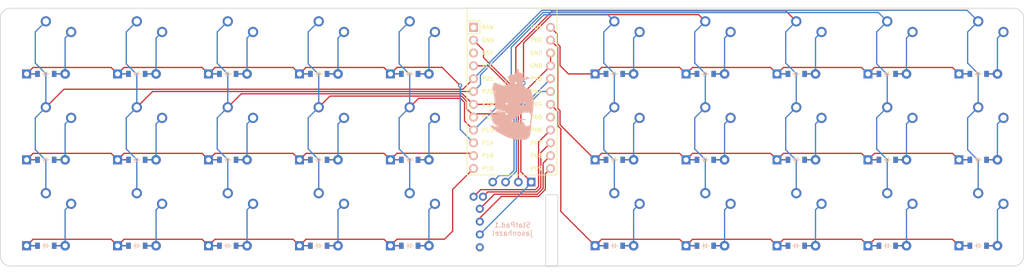
<source format=kicad_pcb>
(kicad_pcb (version 20211014) (generator pcbnew)
  (title_block (title "satpad") (rev "v1.0.0") (company "Unknown"))
  (layers (0 "F.Cu" signal) (31 "B.Cu" signal) (34 "B.Paste" user) (35 "F.Paste" user) (36 "B.SilkS" user "B.Silkscreen") (37 "F.SilkS" user "F.Silkscreen") (38 "B.Mask" user) (39 "F.Mask" user) (44 "Edge.Cuts" user))
  (net 0 "")
  (net 1 "one_bottom")
  (net 2 "P21")
  (net 3 "P10")
  (net 4 "one_home")
  (net 5 "P16")
  (net 6 "one_top")
  (net 7 "P14")
  (net 8 "two_bottom")
  (net 9 "P20")
  (net 10 "two_home")
  (net 11 "two_top")
  (net 12 "three_bottom")
  (net 13 "P19")
  (net 14 "three_home")
  (net 15 "three_top")
  (net 16 "four_bottom")
  (net 17 "P18")
  (net 18 "four_home")
  (net 19 "four_top")
  (net 20 "five_bottom")
  (net 21 "P15")
  (net 22 "five_home")
  (net 23 "five_top")
  (net 24 "seven_bottom")
  (net 25 "P4")
  (net 26 "seven_home")
  (net 27 "P0")
  (net 28 "seven_top")
  (net 29 "P1")
  (net 30 "eight_bottom")
  (net 31 "eight_home")
  (net 32 "eight_top")
  (net 33 "nine_bottom")
  (net 34 "nine_home")
  (net 35 "nine_top")
  (net 36 "ten_bottom")
  (net 37 "ten_home")
  (net 38 "ten_top")
  (net 39 "eleven_bottom")
  (net 40 "eleven_home")
  (net 41 "eleven_top")
  (net 42 "RAW")
  (net 43 "GND")
  (net 44 "RST")
  (net 45 "VCC")
  (net 46 "P2")
  (net 47 "P3")
  (net 48 "P5")
  (net 49 "P6")
  (net 50 "P7")
  (net 51 "P8")
  (net 52 "P9")
  (footprint "ComboDiode" (layer "F.Cu") (at 36 -29.5)
    (fp_text reference "D9" hide)
    (fp_text value "" hide)
  )
  (footprint "PG1350" (layer "F.Cu") (at 54 -34)
    (fp_text reference "S12" hide)
    (fp_text value "" hide)
  )
  (footprint "PG1350" (layer "F.Cu") (at 36 0)
    (fp_text reference "S7" hide)
    (fp_text value "" hide)
  )
  (footprint "PG1350" (layer "F.Cu") (at 18 0)
    (fp_text reference "S4" hide)
    (fp_text value "" hide)
  )
  (footprint "ComboDiode" (layer "F.Cu") (at 0 4.5)
    (fp_text reference "D1" hide)
    (fp_text value "" hide)
  )
  (footprint "PG1350" (layer "F.Cu") (at 148.5 -17)
    (fp_text reference "S23" hide)
    (fp_text value "" hide)
  )
  (footprint "ComboDiode" (layer "F.Cu") (at 18 -12.5)
    (fp_text reference "D5" hide)
    (fp_text value "" hide)
  )
  (footprint "ComboDiode" (layer "F.Cu") (at 54 -12.5)
    (fp_text reference "D11" hide)
    (fp_text value "" hide)
  )
  (footprint "PG1350" (layer "F.Cu") (at 36 -34)
    (fp_text reference "S9" hide)
    (fp_text value "" hide)
  )
  (footprint "PG1350" (layer "F.Cu") (at 36 -17)
    (fp_text reference "S8" hide)
    (fp_text value "" hide)
  )
  (footprint "PG1350" (layer "F.Cu") (at 112.5 -17)
    (fp_text reference "S17" hide)
    (fp_text value "" hide)
  )
  (footprint "ComboDiode" (layer "F.Cu") (at 184.5 -29.5)
    (fp_text reference "D30" hide)
    (fp_text value "" hide)
  )
  (footprint "ComboDiode" (layer "F.Cu") (at 130.5 4.5)
    (fp_text reference "D19" hide)
    (fp_text value "" hide)
  )
  (footprint "ComboDiode" (layer "F.Cu") (at 54 4.5)
    (fp_text reference "D10" hide)
    (fp_text value "" hide)
  )
  (footprint "ComboDiode" (layer "F.Cu") (at 36 -12.5)
    (fp_text reference "D8" hide)
    (fp_text value "" hide)
  )
  (footprint "ComboDiode" (layer "F.Cu") (at 166.5 -12.5)
    (fp_text reference "D26" hide)
    (fp_text value "" hide)
  )
  (footprint "PG1350" (layer "F.Cu") (at 0 -34)
    (fp_text reference "S3" hide)
    (fp_text value "" hide)
  )
  (footprint "ComboDiode" (layer "F.Cu") (at 166.5 4.5)
    (fp_text reference "D25" hide)
    (fp_text value "" hide)
  )
  (footprint "ProMicro" (layer "F.Cu") (at 92.25 -24.75 -90)
    (fp_text reference "MCU1" hide)
    (fp_text value "" hide)
  )
  (footprint "PG1350" (layer "F.Cu") (at 72 -34)
    (fp_text reference "S15" hide)
    (fp_text value "" hide)
  )
  (footprint "ComboDiode" (layer "F.Cu") (at 18 4.5)
    (fp_text reference "D4" hide)
    (fp_text value "" hide)
  )
  (footprint "ComboDiode" (layer "F.Cu") (at 36 4.5)
    (fp_text reference "D7" hide)
    (fp_text value "" hide)
  )
  (footprint "PG1350" (layer "F.Cu") (at 184.5 -34)
    (fp_text reference "S30" hide)
    (fp_text value "" hide)
  )
  (footprint "PG1350" (layer "F.Cu") (at 0 -17)
    (fp_text reference "S2" hide)
    (fp_text value "" hide)
  )
  (footprint "ComboDiode" (layer "F.Cu") (at 112.5 -12.5)
    (fp_text reference "D17" hide)
    (fp_text value "" hide)
  )
  (footprint "RollerEncoder_Panasonic_EVQWGD001" (layer "F.Cu") (at 91.5 1)
    (fp_text reference "REF**")
    (fp_text value "RollerEncoder_Panasonic_EVQWGD001")
    (fp_line (start 9.8 7.3) (end 9.8 -6.3) (layer "Edge.Cuts") (width 0.15))
    (fp_line (start 7.7 7.6) (end 9.5 7.6) (layer "Edge.Cuts") (width 0.15))
    (fp_line (start 9.5 -6.6) (end 7.7 -6.6) (layer "Edge.Cuts") (width 0.15))
    (fp_line (start 7.4 -6.3) (end 7.4 7.3) (layer "Edge.Cuts") (width 0.15))
    (fp_arc (start 9.5 -6.6) (mid 9.712132 -6.512132) (end 9.8 -6.3) (layer "Edge.Cuts") (width 0.15))
    (fp_arc (start 7.4 -6.3) (mid 7.487868 -6.512132) (end 7.7 -6.6) (layer "Edge.Cuts") (width 0.15))
    (fp_arc (start 7.7 7.6) (mid 7.487868 7.512132) (end 7.4 7.3) (layer "Edge.Cuts") (width 0.15))
    (fp_arc (start 9.8 7.3) (mid 9.712132 7.512132) (end 9.5 7.6) (layer "Edge.Cuts") (width 0.15))
  )
  (footprint "ComboDiode" (layer "F.Cu") (at 72 4.5)
    (fp_text reference "D13" hide)
    (fp_text value "" hide)
  )
  (footprint "PG1350" (layer "F.Cu") (at 112.5 -34)
    (fp_text reference "S18" hide)
    (fp_text value "" hide)
  )
  (footprint "ComboDiode" (layer "F.Cu") (at 72 -12.5)
    (fp_text reference "D14" hide)
    (fp_text value "" hide)
  )
  (footprint "PG1350" (layer "F.Cu") (at 18 -34)
    (fp_text reference "S6" hide)
    (fp_text value "" hide)
  )
  (footprint "ComboDiode" (layer "F.Cu") (at 112.5 4.5)
    (fp_text reference "D16" hide)
    (fp_text value "" hide)
  )
  (footprint "PG1350" (layer "F.Cu") (at 112.5 0)
    (fp_text reference "S16" hide)
    (fp_text value "" hide)
  )
  (footprint "PG1350" (layer "F.Cu") (at 166.5 0)
    (fp_text reference "S25" hide)
    (fp_text value "" hide)
  )
  (footprint "PG1350" (layer "F.Cu") (at 130.5 0)
    (fp_text reference "S19" hide)
    (fp_text value "" hide)
  )
  (footprint "ComboDiode" (layer "F.Cu") (at 148.5 -29.5)
    (fp_text reference "D24" hide)
    (fp_text value "" hide)
  )
  (footprint "PG1350" (layer "F.Cu") (at 148.5 -34)
    (fp_text reference "S24" hide)
    (fp_text value "" hide)
  )
  (footprint "PG1350" (layer "F.Cu") (at 184.5 -17)
    (fp_text reference "S29" hide)
    (fp_text value "" hide)
  )
  (footprint "ComboDiode" (layer "F.Cu") (at 130.5 -29.5)
    (fp_text reference "D21" hide)
    (fp_text value "" hide)
  )
  (footprint "PG1350" (layer "F.Cu") (at 72 0)
    (fp_text reference "S13" hide)
    (fp_text value "" hide)
  )
  (footprint "ComboDiode" (layer "F.Cu") (at 184.5 -12.5)
    (fp_text reference "D29" hide)
    (fp_text value "" hide)
  )
  (footprint "PG1350" (layer "F.Cu") (at 166.5 -17)
    (fp_text reference "S26" hide)
    (fp_text value "" hide)
  )
  (footprint "ComboDiode" (layer "F.Cu") (at 130.5 -12.5)
    (fp_text reference "D20" hide)
    (fp_text value "" hide)
  )
  (footprint "PG1350" (layer "F.Cu") (at 130.5 -34)
    (fp_text reference "S21" hide)
    (fp_text value "" hide)
  )
  (footprint "PG1350" (layer "F.Cu") (at 130.5 -17)
    (fp_text reference "S20" hide)
    (fp_text value "" hide)
  )
  (footprint "ComboDiode" (layer "F.Cu") (at 72 -29.5)
    (fp_text reference "D15" hide)
    (fp_text value "" hide)
  )
  (footprint "PG1350" (layer "F.Cu") (at 18 -17)
    (fp_text reference "S5" hide)
    (fp_text value "" hide)
  )
  (footprint "ComboDiode" (layer "F.Cu") (at 148.5 4.5)
    (fp_text reference "D22" hide)
    (fp_text value "" hide)
  )
  (footprint "PG1350" (layer "F.Cu") (at 0 0)
    (fp_text reference "S1" hide)
    (fp_text value "" hide)
  )
  (footprint "lib:OLED_headers" (layer "F.Cu") (at 86.25 -6.5 90)
    (fp_text reference "OLED1" hide)
    (fp_text value "OLED")
  )
  (footprint "ComboDiode" (layer "F.Cu") (at 184.5 4.5)
    (fp_text reference "D28" hide)
    (fp_text value "" hide)
  )
  (footprint "ComboDiode" (layer "F.Cu") (at 18 -29.5)
    (fp_text reference "D6" hide)
    (fp_text value "" hide)
  )
  (footprint "PG1350" (layer "F.Cu") (at 166.5 -34)
    (fp_text reference "S27" hide)
    (fp_text value "" hide)
  )
  (footprint "PG1350" (layer "F.Cu") (at 148.5 0)
    (fp_text reference "S22" hide)
    (fp_text value "" hide)
  )
  (footprint "ComboDiode" (layer "F.Cu") (at 112.5 -29.5)
    (fp_text reference "D18" hide)
    (fp_text value "" hide)
  )
  (footprint "PG1350" (layer "F.Cu") (at 54 -17)
    (fp_text reference "S11" hide)
    (fp_text value "" hide)
  )
  (footprint "PG1350" (layer "F.Cu") (at 54 0)
    (fp_text reference "S10" hide)
    (fp_text value "" hide)
  )
  (footprint "ComboDiode" (layer "F.Cu") (at 148.5 -12.5)
    (fp_text reference "D23" hide)
    (fp_text value "" hide)
  )
  (footprint "ComboDiode" (layer "F.Cu") (at 0 -12.5)
    (fp_text reference "D2" hide)
    (fp_text value "" hide)
  )
  (footprint "PG1350" (layer "F.Cu") (at 72 -17)
    (fp_text reference "S14" hide)
    (fp_text value "" hide)
  )
  (footprint "ComboDiode" (layer "F.Cu") (at 166.5 -29.5)
    (fp_text reference "D27" hide)
    (fp_text value "" hide)
  )
  (footprint "PG1350" (layer "F.Cu") (at 184.5 0)
    (fp_text reference "S28" hide)
    (fp_text value "" hide)
  )
  (footprint "ComboDiode" (layer "F.Cu") (at 0 -29.5)
    (fp_text reference "D3" hide)
    (fp_text value "" hide)
  )
  (footprint "ComboDiode" (layer "F.Cu") (at 54 -29.5)
    (fp_text reference "D12" hide)
    (fp_text value "" hide)
  )
  (footprint "LOGO" (layer "B.Cu") (at 91.6 -23.8 180)
    (fp_text reference "G***")
    (fp_text value "LOGO" hide)
  )
  (gr_line (start -9 -40.5) (end -9 6.5) (layer "Edge.Cuts") (width 0.15))
  (gr_line (start 191.5 -42.5) (end -7 -42.5) (layer "Edge.Cuts") (width 0.15))
  (gr_arc (start 191.5 -42.5) (mid 192.914214 -41.914214) (end 193.5 -40.5) (layer "Edge.Cuts") (width 0.15))
  (gr_arc (start -7 8.5) (mid -8.414214 7.914214) (end -9 6.5) (layer "Edge.Cuts") (width 0.15))
  (gr_arc (start 193.5 6.5) (mid 192.914214 7.914214) (end 191.5 8.5) (layer "Edge.Cuts") (width 0.15))
  (gr_line (start -7 8.5) (end 191.5 8.5) (layer "Edge.Cuts") (width 0.15))
  (gr_arc (start -9 -40.5) (mid -8.414214 -41.914214) (end -7 -42.5) (layer "Edge.Cuts") (width 0.15))
  (gr_line (start 193.5 6.5) (end 193.5 -40.5) (layer "Edge.Cuts") (width 0.15))
  (gr_text "StatPad.1\njasonhazel" (at 92.3 1.2) (layer "B.SilkS") (effects (font (size 1 1)) (justify mirror)))
  (segment (start 3.81 4.5) (end 1.65 4.5) (width 0.25) (layer "F.Cu") (net 1))
  (segment (start 1.65 4.5) (end 3.81 4.5) (width 0.25) (layer "B.Cu") (net 1))
  (segment (start 3.81 -2.61) (end 3.81 4.5) (width 0.25) (layer "B.Cu") (net 1))
  (segment (start 5 -3.8) (end 3.81 -2.61) (width 0.25) (layer "B.Cu") (net 1))
  (segment (start 82.53952 -26.46952) (end 84.63 -28.56) (width 0.25) (layer "F.Cu") (net 2))
  (segment (start 0 -22.9) (end 3.56952 -26.46952) (width 0.25) (layer "F.Cu") (net 2))
  (segment (start 3.56952 -26.46952) (end 82.53952 -26.46952) (width 0.25) (layer "F.Cu") (net 2))
  (segment (start 182.410979 -31.638043) (end 184.5 -29.549022) (width 0.25) (layer "B.Cu") (net 2))
  (segment (start 182.410979 -20.810979) (end 182.410979 -14.489021) (width 0.25) (layer "B.Cu") (net 2))
  (segment (start 182.410979 -37.810979) (end 182.410979 -31.638043) (width 0.25) (layer "B.Cu") (net 2))
  (segment (start -2.089021 -20.810979) (end -2.089021 -14.489021) (width 0.25) (layer "B.Cu") (net 2))
  (segment (start 84.63 -28.56) (end 98.17 -42.1) (width 0.25) (layer "B.Cu") (net 2))
  (segment (start 0 -12.4) (end 0 -5.9) (width 0.25) (layer "B.Cu") (net 2))
  (segment (start -2.089021 -31.638043) (end 0 -29.549022) (width 0.25) (layer "B.Cu") (net 2))
  (segment (start 184.5 -29.549022) (end 184.5 -22.9) (width 0.25) (layer "B.Cu") (net 2))
  (segment (start 184.5 -39.9) (end 182.410979 -37.810979) (width 0.25) (layer "B.Cu") (net 2))
  (segment (start 0 -22.9) (end -2.089021 -20.810979) (width 0.25) (layer "B.Cu") (net 2))
  (segment (start 98.17 -42.1) (end 182.3 -42.1) (width 0.25) (layer "B.Cu") (net 2))
  (segment (start 184.5 -12.4) (end 184.5 -5.9) (width 0.25) (layer "B.Cu") (net 2))
  (segment (start 184.5 -22.9) (end 182.410979 -20.810979) (width 0.25) (layer "B.Cu") (net 2))
  (segment (start 0 -29.549022) (end 0 -22.9) (width 0.25) (layer "B.Cu") (net 2))
  (segment (start 182.410979 -14.489021) (end 184.5 -12.4) (width 0.25) (layer "B.Cu") (net 2))
  (segment (start -2.089021 -37.810979) (end -2.089021 -31.638043) (width 0.25) (layer "B.Cu") (net 2))
  (segment (start 182.3 -42.1) (end 184.5 -39.9) (width 0.25) (layer "B.Cu") (net 2))
  (segment (start -2.089021 -14.489021) (end 0 -12.4) (width 0.25) (layer "B.Cu") (net 2))
  (segment (start 0 -39.9) (end -2.089021 -37.810979) (width 0.25) (layer "B.Cu") (net 2))
  (segment (start -2.532989 3.222989) (end -3.81 4.5) (width 0.25) (layer "F.Cu") (net 3))
  (segment (start 52.35 4.5) (end 50.19 4.5) (width 0.25) (layer "F.Cu") (net 3))
  (segment (start -1.65 4.5) (end -3.81 4.5) (width 0.25) (layer "F.Cu") (net 3))
  (segment (start 69.49 3.2) (end 78.9 3.2) (width 0.25) (layer "F.Cu") (net 3))
  (segment (start 51.467011 3.222989) (end 50.19 4.5) (width 0.25) (layer "F.Cu") (net 3))
  (segment (start 15.467011 3.222989) (end 14.19 4.5) (width 0.25) (layer "F.Cu") (net 3))
  (segment (start 14.19 4.5) (end 12.912989 3.222989) (width 0.25) (layer "F.Cu") (net 3))
  (segment (start 32.19 4.5) (end 30.912989 3.222989) (width 0.25) (layer "F.Cu") (net 3))
  (segment (start 66.912989 3.222989) (end 51.467011 3.222989) (width 0.25) (layer "F.Cu") (net 3))
  (segment (start 68.19 4.5) (end 69.49 3.2) (width 0.25) (layer "F.Cu") (net 3))
  (segment (start 12.912989 3.222989) (end -2.532989 3.222989) (width 0.25) (layer "F.Cu") (net 3))
  (segment (start 80.5 -6.65) (end 84.63 -10.78) (width 0.25) (layer "F.Cu") (net 3))
  (segment (start 16.35 4.5) (end 14.19 4.5) (width 0.25) (layer "F.Cu") (net 3))
  (segment (start 34.35 4.5) (end 32.19 4.5) (width 0.25) (layer "F.Cu") (net 3))
  (segment (start 30.912989 3.222989) (end 15.467011 3.222989) (width 0.25) (layer "F.Cu") (net 3))
  (segment (start 80.5 1.6) (end 80.5 -6.65) (width 0.25) (layer "F.Cu") (net 3))
  (segment (start 33.467011 3.222989) (end 32.19 4.5) (width 0.25) (layer "F.Cu") (net 3))
  (segment (start 78.9 3.2) (end 80.5 1.6) (width 0.25) (layer "F.Cu") (net 3))
  (segment (start 70.35 4.5) (end 68.19 4.5) (width 0.25) (layer "F.Cu") (net 3))
  (segment (start 48.912989 3.222989) (end 33.467011 3.222989) (width 0.25) (layer "F.Cu") (net 3))
  (segment (start 68.19 4.5) (end 66.912989 3.222989) (width 0.25) (layer "F.Cu") (net 3))
  (segment (start 50.19 4.5) (end 48.912989 3.222989) (width 0.25) (layer "F.Cu") (net 3))
  (segment (start 50.19 4.5) (end 52.35 4.5) (width 0.25) (layer "B.Cu") (net 3))
  (segment (start 14.19 4.5) (end 16.35 4.5) (width 0.25) (layer "B.Cu") (net 3))
  (segment (start 32.19 4.5) (end 34.35 4.5) (width 0.25) (layer "B.Cu") (net 3))
  (segment (start -3.81 4.5) (end -1.65 4.5) (width 0.25) (layer "B.Cu") (net 3))
  (segment (start 68.19 4.5) (end 70.35 4.5) (width 0.25) (layer "B.Cu") (net 3))
  (segment (start 3.81 -12.5) (end 1.65 -12.5) (width 0.25) (layer "F.Cu") (net 4))
  (segment (start 3.81 -19.61) (end 3.81 -12.5) (width 0.25) (layer "B.Cu") (net 4))
  (segment (start 1.65 -12.5) (end 3.81 -12.5) (width 0.25) (layer "B.Cu") (net 4))
  (segment (start 5 -20.8) (end 3.81 -19.61) (width 0.25) (layer "B.Cu") (net 4))
  (segment (start 30.912989 -13.777011) (end 15.467011 -13.777011) (width 0.25) (layer "F.Cu") (net 5))
  (segment (start 66.912989 -13.777011) (end 51.467011 -13.777011) (width 0.25) (layer "F.Cu") (net 5))
  (segment (start 84.15 -13.8) (end 84.63 -13.32) (width 0.25) (layer "F.Cu") (net 5))
  (segment (start -3.81 -12.5) (end -1.65 -12.5) (width 0.25) (layer "F.Cu") (net 5))
  (segment (start 50.19 -12.5) (end 52.35 -12.5) (width 0.25) (layer "F.Cu") (net 5))
  (segment (start 48.912989 -13.777011) (end 33.467011 -13.777011) (width 0.25) (layer "F.Cu") (net 5))
  (segment (start -2.532989 -13.777011) (end -3.81 -12.5) (width 0.25) (layer "F.Cu") (net 5))
  (segment (start 68.19 -12.5) (end 69.49 -13.8) (width 0.25) (layer "F.Cu") (net 5))
  (segment (start 12.912989 -13.777011) (end -2.532989 -13.777011) (width 0.25) (layer "F.Cu") (net 5))
  (segment (start 14.19 -12.5) (end 12.912989 -13.777011) (width 0.25) (layer "F.Cu") (net 5))
  (segment (start 68.19 -12.5) (end 66.912989 -13.777011) (width 0.25) (layer "F.Cu") (net 5))
  (segment (start 15.467011 -13.777011) (end 14.19 -12.5) (width 0.25) (layer "F.Cu") (net 5))
  (segment (start 69.49 -13.8) (end 84.15 -13.8) (width 0.25) (layer "F.Cu") (net 5))
  (segment (start 70.35 -12.5) (end 68.19 -12.5) (width 0.25) (layer "F.Cu") (net 5))
  (segment (start 33.467011 -13.777011) (end 32.19 -12.5) (width 0.25) (layer "F.Cu") (net 5))
  (segment (start 50.19 -12.5) (end 48.912989 -13.777011) (width 0.25) (layer "F.Cu") (net 5))
  (segment (start 14.19 -12.5) (end 16.35 -12.5) (width 0.25) (layer "F.Cu") (net 5))
  (segment (start 32.19 -12.5) (end 34.35 -12.5) (width 0.25) (layer "F.Cu") (net 5))
  (segment (start 51.467011 -13.777011) (end 50.19 -12.5) (width 0.25) (layer "F.Cu") (net 5))
  (segment (start 32.19 -12.5) (end 30.912989 -13.777011) (width 0.25) (layer "F.Cu") (net 5))
  (segment (start 14.19 -12.5) (end 16.35 -12.5) (width 0.25) (layer "B.Cu") (net 5))
  (segment (start 68.19 -12.5) (end 70.35 -12.5) (width 0.25) (layer "B.Cu") (net 5))
  (segment (start 50.19 -12.5) (end 52.35 -12.5) (width 0.25) (layer "B.Cu") (net 5))
  (segment (start -3.81 -12.5) (end -1.65 -12.5) (width 0.25) (layer "B.Cu") (net 5))
  (segment (start 32.19 -12.5) (end 34.35 -12.5) (width 0.25) (layer "B.Cu") (net 5))
  (segment (start 3.81 -29.5) (end 1.65 -29.5) (width 0.25) (layer "F.Cu") (net 6))
  (segment (start 5 -37.8) (end 3.81 -36.61) (width 0.25) (layer "B.Cu") (net 6))
  (segment (start 3.81 -36.61) (end 3.81 -29.5) (width 0.25) (layer "B.Cu") (net 6))
  (segment (start 1.65 -29.5) (end 3.81 -29.5) (width 0.25) (layer "B.Cu") (net 6))
  (segment (start 66.912989 -30.777011) (end 51.467011 -30.777011) (width 0.25) (layer "F.Cu") (net 7))
  (segment (start 50.19 -29.5) (end 48.912989 -30.777011) (width 0.25) (layer "F.Cu") (net 7))
  (segment (start 16.35 -29.5) (end 14.19 -29.5) (width 0.25) (layer "F.Cu") (net 7))
  (segment (start 32.19 -29.5) (end 30.912989 -30.777011) (width 0.25) (layer "F.Cu") (net 7))
  (segment (start -2.532989 -30.777011) (end -3.81 -29.5) (width 0.25) (layer "F.Cu") (net 7))
  (segment (start 70.35 -29.5) (end 68.19 -29.5) (width 0.25) (layer "F.Cu") (net 7))
  (segment (start 12.912989 -30.777011) (end -2.532989 -30.777011) (width 0.25) (layer "F.Cu") (net 7))
  (segment (start 48.912989 -30.777011) (end 33.467011 -30.777011) (width 0.25) (layer "F.Cu") (net 7))
  (segment (start 52.35 -29.5) (end 50.19 -29.5) (width 0.25) (layer "F.Cu") (net 7))
  (segment (start 33.467011 -30.777011) (end 32.19 -29.5) (width 0.25) (layer "F.Cu") (net 7))
  (segment (start -1.65 -29.5) (end -3.81 -29.5) (width 0.25) (layer "F.Cu") (net 7))
  (segment (start 51.467011 -30.777011) (end 50.19 -29.5) (width 0.25) (layer "F.Cu") (net 7))
  (segment (start 69.49 -30.8) (end 68.19 -29.5) (width 0.25) (layer "F.Cu") (net 7))
  (segment (start 82 -27.2) (end 78.4 -30.8) (width 0.25) (layer "F.Cu") (net 7))
  (segment (start 78.4 -30.8) (end 69.49 -30.8) (width 0.25) (layer "F.Cu") (net 7))
  (segment (start 14.19 -29.5) (end 12.912989 -30.777011) (width 0.25) (layer "F.Cu") (net 7))
  (segment (start 15.467011 -30.777011) (end 14.19 -29.5) (width 0.25) (layer "F.Cu") (net 7))
  (segment (start 30.912989 -30.777011) (end 15.467011 -30.777011) (width 0.25) (layer "F.Cu") (net 7))
  (segment (start 34.35 -29.5) (end 32.19 -29.5) (width 0.25) (layer "F.Cu") (net 7))
  (segment (start 68.19 -29.5) (end 66.912989 -30.777011) (width 0.25) (layer "F.Cu") (net 7))
  (via (at 82 -27.2) (size 0.8) (drill 0.4) (layers "F.Cu" "B.Cu") (net 7))
  (segment (start -3.81 -29.5) (end -1.65 -29.5) (width 0.25) (layer "B.Cu") (net 7))
  (segment (start 82 -27.2) (end 82 -18.49) (width 0.25) (layer "B.Cu") (net 7))
  (segment (start 68.19 -29.5) (end 70.35 -29.5) (width 0.25) (layer "B.Cu") (net 7))
  (segment (start 14.19 -29.5) (end 16.35 -29.5) (width 0.25) (layer "B.Cu") (net 7))
  (segment (start 50.19 -29.5) (end 52.35 -29.5) (width 0.25) (layer "B.Cu") (net 7))
  (segment (start 32.19 -29.5) (end 34.35 -29.5) (width 0.25) (layer "B.Cu") (net 7))
  (segment (start 82 -18.49) (end 84.63 -15.86) (width 0.25) (layer "B.Cu") (net 7))
  (segment (start 21.81 4.5) (end 19.65 4.5) (width 0.25) (layer "F.Cu") (net 8))
  (segment (start 23 -3.8) (end 21.81 -2.61) (width 0.25) (layer "B.Cu") (net 8))
  (segment (start 21.81 -2.61) (end 21.81 4.5) (width 0.25) (layer "B.Cu") (net 8))
  (segment (start 19.65 4.5) (end 21.81 4.5) (width 0.25) (layer "B.Cu") (net 8))
  (segment (start 18 -22.9) (end 21.12 -26.02) (width 0.25) (layer "F.Cu") (net 9))
  (segment (start 21.12 -26.02) (end 84.63 -26.02) (width 0.25) (layer "F.Cu") (net 9))
  (segment (start 166.5 -39.9) (end 164.410979 -37.810979) (width 0.25) (layer "B.Cu") (net 9))
  (segment (start 18 -39.9) (end 15.910979 -37.810979) (width 0.25) (layer "B.Cu") (net 9))
  (segment (start 164.410979 -31.489021) (end 166.5 -29.4) (width 0.25) (layer "B.Cu") (net 9))
  (segment (start 18 -29.4) (end 18 -22.9) (width 0.25) (layer "B.Cu") (net 9))
  (segment (start 86 -27.39) (end 84.63 -26.02) (width 0.25) (layer "B.Cu") (net 9))
  (segment (start 166.5 -29.4) (end 166.5 -22.9) (width 0.25) (layer "B.Cu") (net 9))
  (segment (start 164.410979 -37.810979) (end 164.410979 -31.489021) (width 0.25) (layer "B.Cu") (net 9))
  (segment (start 166.5 -12.549022) (end 166.5 -5.9) (width 0.25) (layer "B.Cu") (net 9))
  (segment (start 164.410979 -14.638043) (end 166.5 -12.549022) (width 0.25) (layer "B.Cu") (net 9))
  (segment (start 15.910979 -14.638043) (end 18 -12.549022) (width 0.25) (layer "B.Cu") (net 9))
  (segment (start 166.5 -39.9) (end 164.74952 -41.65048) (width 0.25) (layer "B.Cu") (net 9))
  (segment (start 15.910979 -20.810979) (end 15.910979 -14.638043) (width 0.25) (layer "B.Cu") (net 9))
  (segment (start 18 -22.9) (end 15.910979 -20.810979) (width 0.25) (layer "B.Cu") (net 9))
  (segment (start 15.910979 -31.489021) (end 18 -29.4) (width 0.25) (layer "B.Cu") (net 9))
  (segment (start 166.5 -22.9) (end 164.410979 -20.810979) (width 0.25) (layer "B.Cu") (net 9))
  (segment (start 164.410979 -20.810979) (end 164.410979 -14.638043) (width 0.25) (layer "B.Cu") (net 9))
  (segment (start 15.910979 -37.810979) (end 15.910979 -31.489021) (width 0.25) (layer "B.Cu") (net 9))
  (segment (start 86 -29.294282) (end 86 -27.39) (width 0.25) (layer "B.Cu") (net 9))
  (segment (start 98.356198 -41.65048) (end 86 -29.294282) (width 0.25) (layer "B.Cu") (net 9))
  (segment (start 164.74952 -41.65048) (end 98.356198 -41.65048) (width 0.25) (layer "B.Cu") (net 9))
  (segment (start 18 -12.549022) (end 18 -5.9) (width 0.25) (layer "B.Cu") (net 9))
  (segment (start 21.81 -12.5) (end 19.65 -12.5) (width 0.25) (layer "F.Cu") (net 10))
  (segment (start 21.81 -19.61) (end 21.81 -12.5) (width 0.25) (layer "B.Cu") (net 10))
  (segment (start 23 -20.8) (end 21.81 -19.61) (width 0.25) (layer "B.Cu") (net 10))
  (segment (start 19.65 -12.5) (end 21.81 -12.5) (width 0.25) (layer "B.Cu") (net 10))
  (segment (start 21.81 -29.5) (end 19.65 -29.5) (width 0.25) (layer "F.Cu") (net 11))
  (segment (start 21.81 -36.61) (end 21.81 -29.5) (width 0.25) (layer "B.Cu") (net 11))
  (segment (start 23 -37.8) (end 21.81 -36.61) (width 0.25) (layer "B.Cu") (net 11))
  (segment (start 19.65 -29.5) (end 21.81 -29.5) (width 0.25) (layer "B.Cu") (net 11))
  (segment (start 39.81 4.5) (end 37.65 4.5) (width 0.25) (layer "F.Cu") (net 12))
  (segment (start 37.65 4.5) (end 39.81 4.5) (width 0.25) (layer "B.Cu") (net 12))
  (segment (start 41 -3.8) (end 39.81 -2.61) (width 0.25) (layer "B.Cu") (net 12))
  (segment (start 39.81 -2.61) (end 39.81 4.5) (width 0.25) (layer "B.Cu") (net 12))
  (segment (start 91.1 -23.5) (end 87.1 -23.5) (width 0.25) (layer "F.Cu") (net 13))
  (segment (start 146.4 -42) (end 148.5 -39.9) (width 0.25) (layer "F.Cu") (net 13))
  (segment (start 100.264283 -42) (end 146.4 -42) (width 0.25) (layer "F.Cu") (net 13))
  (segment (start 93 -34.735717) (end 100.264283 -42) (width 0.25) (layer "F.Cu") (net 13))
  (segment (start 84.52 -23.48) (end 84.63 -23.48) (width 0.25) (layer "F.Cu") (net 13))
  (segment (start 87.1 -23.5) (end 87.08 -23.48) (width 0.25) (layer "F.Cu") (net 13))
  (segment (start 38.67048 -25.57048) (end 82.42952 -25.57048) (width 0.25) (layer "F.Cu") (net 13))
  (segment (start 36 -22.9) (end 38.67048 -25.57048) (width 0.25) (layer "F.Cu") (net 13))
  (segment (start 91.2 -23.6) (end 91.1 -23.5) (width 0.25) (layer "F.Cu") (net 13))
  (segment (start 93 -27.7) (end 93 -34.735717) (width 0.25) (layer "F.Cu") (net 13))
  (segment (start 87.08 -23.48) (end 84.63 -23.48) (width 0.25) (layer "F.Cu") (net 13))
  (segment (start 82.42952 -25.57048) (end 84.52 -23.48) (width 0.25) (layer "F.Cu") (net 13))
  (via (at 91.2 -23.6) (size 0.8) (drill 0.4) (layers "F.Cu" "B.Cu") (net 13))
  (via (at 93 -27.7) (size 0.8) (drill 0.4) (layers "F.Cu" "B.Cu") (net 13))
  (segment (start 36 -22.9) (end 33.910979 -20.810979) (width 0.25) (layer "B.Cu") (net 13))
  (segment (start 33.910979 -37.810979) (end 33.910979 -31.589021) (width 0.25) (layer "B.Cu") (net 13))
  (segment (start 148.5 -12.4) (end 148.5 -5.9) (width 0.25) (layer "B.Cu") (net 13))
  (segment (start 36 -39.9) (end 33.910979 -37.810979) (width 0.25) (layer "B.Cu") (net 13))
  (segment (start 148.5 -22.9) (end 146.410979 -20.810979) (width 0.25) (layer "B.Cu") (net 13))
  (segment (start 148.5 -29.549022) (end 148.5 -22.9) (width 0.25) (layer "B.Cu") (net 13))
  (segment (start 146.410979 -20.810979) (end 146.410979 -14.489021) (width 0.25) (layer "B.Cu") (net 13))
  (segment (start 33.910979 -20.810979) (end 33.910979 -14.638043) (width 0.25) (layer "B.Cu") (net 13))
  (segment (start 93 -25.4) (end 91.2 -23.6) (width 0.25) (layer "B.Cu") (net 13))
  (segment (start 36 -12.549022) (end 36 -5.9) (width 0.25) (layer "B.Cu") (net 13))
  (segment (start 93 -27.7) (end 93 -25.4) (width 0.25) (layer "B.Cu") (net 13))
  (segment (start 146.410979 -31.638043) (end 148.5 -29.549022) (width 0.25) (layer "B.Cu") (net 13))
  (segment (start 146.410979 -14.489021) (end 148.5 -12.4) (width 0.25) (layer "B.Cu") (net 13))
  (segment (start 148.5 -39.9) (end 146.410979 -37.810979) (width 0.25) (layer "B.Cu") (net 13))
  (segment (start 36 -29.5) (end 36 -22.9) (width 0.25) (layer "B.Cu") (net 13))
  (segment (start 33.910979 -14.638043) (end 36 -12.549022) (width 0.25) (layer "B.Cu") (net 13))
  (segment (start 146.410979 -37.810979) (end 146.410979 -31.638043) (width 0.25) (layer "B.Cu") (net 13))
  (segment (start 33.910979 -31.589021) (end 36 -29.5) (width 0.25) (layer "B.Cu") (net 13))
  (segment (start 39.81 -12.5) (end 37.65 -12.5) (width 0.25) (layer "F.Cu") (net 14))
  (segment (start 41 -20.8) (end 39.81 -19.61) (width 0.25) (layer "B.Cu") (net 14))
  (segment (start 37.65 -12.5) (end 39.81 -12.5) (width 0.25) (layer "B.Cu") (net 14))
  (segment (start 39.81 -19.61) (end 39.81 -12.5) (width 0.25) (layer "B.Cu") (net 14))
  (segment (start 39.81 -29.5) (end 37.65 -29.5) (width 0.25) (layer "F.Cu") (net 15))
  (segment (start 41 -37.8) (end 39.81 -36.61) (width 0.25) (layer "B.Cu") (net 15))
  (segment (start 37.65 -29.5) (end 39.81 -29.5) (width 0.25) (layer "B.Cu") (net 15))
  (segment (start 39.81 -36.61) (end 39.81 -29.5) (width 0.25) (layer "B.Cu") (net 15))
  (segment (start 57.81 4.5) (end 55.65 4.5) (width 0.25) (layer "F.Cu") (net 16))
  (segment (start 57.81 -2.61) (end 57.81 4.5) (width 0.25) (layer "B.Cu") (net 16))
  (segment (start 55.65 4.5) (end 57.81 4.5) (width 0.25) (layer "B.Cu") (net 16))
  (segment (start 59 -3.8) (end 57.81 -2.61) (width 0.25) (layer "B.Cu") (net 16))
  (segment (start 94.522701 -35.622701) (end 100.140511 -41.240511) (width 0.25) (layer "F.Cu") (net 17))
  (segment (start 84.63 -21.27) (end 84.63 -20.94) (width 0.25) (layer "F.Cu") (net 17))
  (segment (start 54 -22.9) (end 56.22096 -25.12096) (width 0.25) (layer "F.Cu") (net 17))
  (segment (start 129.159489 -41.240511) (end 130.5 -39.9) (width 0.25) (layer "F.Cu") (net 17))
  (segment (start 91.2 -21.6) (end 85.29 -21.6) (width 0.25) (layer "F.Cu") (net 17))
  (segment (start 83.3 -24.064282) (end 83.3 -22.6) (width 0.25) (layer "F.Cu") (net 17))
  (segment (start 85.29 -21.6) (end 84.63 -20.94) (width 0.25) (layer "F.Cu") (net 17))
  (segment (start 56.22096 -25.12096) (end 82.243322 -25.12096) (width 0.25) (layer "F.Cu") (net 17))
  (segment (start 83.3 -22.6) (end 84.63 -21.27) (width 0.25) (layer "F.Cu") (net 17))
  (segment (start 82.243322 -25.12096) (end 83.3 -24.064282) (width 0.25) (layer "F.Cu") (net 17))
  (segment (start 94.522701 -27.7) (end 94.522701 -35.622701) (width 0.25) (layer "F.Cu") (net 17))
  (segment (start 100.140511 -41.240511) (end 129.159489 -41.240511) (width 0.25) (layer "F.Cu") (net 17))
  (via (at 91.2 -21.6) (size 0.8) (drill 0.4) (layers "F.Cu" "B.Cu") (net 17))
  (via (at 94.522701 -27.7) (size 0.8) (drill 0.4) (layers "F.Cu" "B.Cu") (net 17))
  (segment (start 54 -12.549022) (end 54 -5.9) (width 0.25) (layer "B.Cu") (net 17))
  (segment (start 130.5 -29.549022) (end 130.5 -22.9) (width 0.25) (layer "B.Cu") (net 17))
  (segment (start 54 -22.9) (end 51.910979 -20.810979) (width 0.25) (layer "B.Cu") (net 17))
  (segment (start 54 -39.9) (end 51.910979 -37.810979) (width 0.25) (layer "B.Cu") (net 17))
  (segment (start 128.410979 -37.810979) (end 128.410979 -31.638043) (width 0.25) (layer "B.Cu") (net 17))
  (segment (start 128.410979 -31.638043) (end 130.5 -29.549022) (width 0.25) (layer "B.Cu") (net 17))
  (segment (start 128.410979 -20.810979) (end 128.410979 -14.638043) (width 0.25) (layer "B.Cu") (net 17))
  (segment (start 94.522701 -23.803419) (end 92.319282 -21.6) (width 0.25) (layer "B.Cu") (net 17))
  (segment (start 94.522701 -27.7) (end 94.522701 -23.803419) (width 0.25) (layer "B.Cu") (net 17))
  (segment (start 51.910979 -37.810979) (end 51.910979 -31.489021) (width 0.25) (layer "B.Cu") (net 17))
  (segment (start 92.319282 -21.6) (end 91.2 -21.6) (width 0.25) (layer "B.Cu") (net 17))
  (segment (start 54 -29.4) (end 54 -22.9) (width 0.25) (layer "B.Cu") (net 17))
  (segment (start 51.910979 -20.810979) (end 51.910979 -14.638043) (width 0.25) (layer "B.Cu") (net 17))
  (segment (start 51.910979 -31.489021) (end 54 -29.4) (width 0.25) (layer "B.Cu") (net 17))
  (segment (start 130.5 -12.549022) (end 130.5 -5.9) (width 0.25) (layer "B.Cu") (net 17))
  (segment (start 130.5 -22.9) (end 128.410979 -20.810979) (width 0.25) (layer "B.Cu") (net 17))
  (segment (start 130.5 -39.9) (end 128.410979 -37.810979) (width 0.25) (layer "B.Cu") (net 17))
  (segment (start 128.410979 -14.638043) (end 130.5 -12.549022) (width 0.25) (layer "B.Cu") (net 17))
  (segment (start 51.910979 -14.638043) (end 54 -12.549022) (width 0.25) (layer "B.Cu") (net 17))
  (segment (start 57.81 -12.5) (end 55.65 -12.5) (width 0.25) (layer "F.Cu") (net 18))
  (segment (start 57.81 -19.61) (end 57.81 -12.5) (width 0.25) (layer "B.Cu") (net 18))
  (segment (start 59 -20.8) (end 57.81 -19.61) (width 0.25) (layer "B.Cu") (net 18))
  (segment (start 55.65 -12.5) (end 57.81 -12.5) (width 0.25) (layer "B.Cu") (net 18))
  (segment (start 57.81 -29.5) (end 55.65 -29.5) (width 0.25) (layer "F.Cu") (net 19))
  (segment (start 59 -37.8) (end 57.81 -36.61) (width 0.25) (layer "B.Cu") (net 19))
  (segment (start 55.65 -29.5) (end 57.81 -29.5) (width 0.25) (layer "B.Cu") (net 19))
  (segment (start 57.81 -36.61) (end 57.81 -29.5) (width 0.25) (layer "B.Cu") (net 19))
  (segment (start 75.81 4.5) (end 73.65 4.5) (width 0.25) (layer "F.Cu") (net 20))
  (segment (start 75.81 -2.61) (end 75.81 4.5) (width 0.25) (layer "B.Cu") (net 20))
  (segment (start 73.65 4.5) (end 75.81 4.5) (width 0.25) (layer "B.Cu") (net 20))
  (segment (start 77 -3.8) (end 75.81 -2.61) (width 0.25) (layer "B.Cu") (net 20))
  (segment (start 72 -22.9) (end 73.77144 -24.67144) (width 0.25) (layer "F.Cu") (net 21))
  (segment (start 82.85048 -20.17952) (end 84.63 -18.4) (width 0.25) (layer "F.Cu") (net 21))
  (segment (start 82.057124 -24.67144) (end 82.85048 -23.878084) (width 0.25) (layer "F.Cu") (net 21))
  (segment (start 73.77144 -24.67144) (end 82.057124 -24.67144) (width 0.25) (layer "F.Cu") (net 21))
  (segment (start 82.85048 -23.878084) (end 82.85048 -20.17952) (width 0.25) (layer "F.Cu") (net 21))
  (segment (start 112.5 -39.9) (end 110.410979 -37.810979) (width 0.25) (layer "B.Cu") (net 21))
  (segment (start 92.1 -25.8) (end 84.7 -18.4) (width 0.25) (layer "B.Cu") (net 21))
  (segment (start 72 -22.9) (end 69.910979 -20.810979) (width 0.25) (layer "B.Cu") (net 21))
  (segment (start 69.910979 -14.638043) (end 72 -12.549022) (width 0.25) (layer "B.Cu") (net 21))
  (segment (start 84.7 -18.4) (end 84.63 -18.4) (width 0.25) (layer "B.Cu") (net 21))
  (segment (start 69.910979 -31.489021) (end 72 -29.4) (width 0.25) (layer "B.Cu") (net 21))
  (segment (start 112.5 -12.4) (end 112.5 -5.9) (width 0.25) (layer "B.Cu") (net 21))
  (segment (start 110.410979 -20.810979) (end 110.410979 -14.489021) (width 0.25) (layer "B.Cu") (net 21))
  (segment (start 112.5 -39.9) (end 111.19904 -41.20096) (width 0.25) (layer "B.Cu") (net 21))
  (segment (start 72 -29.4) (end 72 -22.9) (width 0.25) (layer "B.Cu") (net 21))
  (segment (start 110.410979 -14.489021) (end 112.5 -12.4) (width 0.25) (layer "B.Cu") (net 21))
  (segment (start 111.19904 -41.20096) (end 98.542396 -41.20096) (width 0.25) (layer "B.Cu") (net 21))
  (segment (start 72 -39.9) (end 69.910979 -37.810979) (width 0.25) (layer "B.Cu") (net 21))
  (segment (start 92.1 -34.758564) (end 92.1 -25.8) (width 0.25) (layer "B.Cu") (net 21))
  (segment (start 112.5 -29.549022) (end 112.5 -22.9) (width 0.25) (layer "B.Cu") (net 21))
  (segment (start 110.410979 -31.638043) (end 112.5 -29.549022) (width 0.25) (layer "B.Cu") (net 21))
  (segment (start 110.410979 -37.810979) (end 110.410979 -31.638043) (width 0.25) (layer "B.Cu") (net 21))
  (segment (start 69.910979 -20.810979) (end 69.910979 -14.638043) (width 0.25) (layer "B.Cu") (net 21))
  (segment (start 69.910979 -37.810979) (end 69.910979 -31.489021) (width 0.25) (layer "B.Cu") (net 21))
  (segment (start 72 -12.549022) (end 72 -5.9) (width 0.25) (layer "B.Cu") (net 21))
  (segment (start 98.542396 -41.20096) (end 92.1 -34.758564) (width 0.25) (layer "B.Cu") (net 21))
  (segment (start 112.5 -22.9) (end 110.410979 -20.810979) (width 0.25) (layer "B.Cu") (net 21))
  (segment (start 75.81 -12.5) (end 73.65 -12.5) (width 0.25) (layer "F.Cu") (net 22))
  (segment (start 75.81 -19.61) (end 75.81 -12.5) (width 0.25) (layer "B.Cu") (net 22))
  (segment (start 77 -20.8) (end 75.81 -19.61) (width 0.25) (layer "B.Cu") (net 22))
  (segment (start 73.65 -12.5) (end 75.81 -12.5) (width 0.25) (layer "B.Cu") (net 22))
  (segment (start 75.81 -29.5) (end 73.65 -29.5) (width 0.25) (layer "F.Cu") (net 23))
  (segment (start 73.65 -29.5) (end 75.81 -29.5) (width 0.25) (layer "B.Cu") (net 23))
  (segment (start 75.81 -36.61) (end 75.81 -29.5) (width 0.25) (layer "B.Cu") (net 23))
  (segment (start 77 -37.8) (end 75.81 -36.61) (width 0.25) (layer "B.Cu") (net 23))
  (segment (start 116.31 4.5) (end 114.15 4.5) (width 0.25) (layer "F.Cu") (net 24))
  (segment (start 116.31 -2.61) (end 116.31 4.5) (width 0.25) (layer "B.Cu") (net 24))
  (segment (start 114.15 4.5) (end 116.31 4.5) (width 0.25) (layer "B.Cu") (net 24))
  (segment (start 117.5 -3.8) (end 116.31 -2.61) (width 0.25) (layer "B.Cu") (net 24))
  (segment (start 128.85 4.5) (end 126.69 4.5) (width 0.25) (layer "F.Cu") (net 25))
  (segment (start 180.69 4.5) (end 179.412989 3.222989) (width 0.25) (layer "F.Cu") (net 25))
  (segment (start 101.9 -2.29) (end 101.9 -18.654282) (width 0.25) (layer "F.Cu") (net 25))
  (segment (start 179.412989 3.222989) (end 163.967011 3.222989) (width 0.25) (layer "F.Cu") (net 25))
  (segment (start 164.85 4.5) (end 162.69 4.5) (width 0.25) (layer "F.Cu") (net 25))
  (segment (start 101.9 -18.654282) (end 101.3 -19.254283) (width 0.25) (layer "F.Cu") (net 25))
  (segment (start 108.69 4.5) (end 101.9 -2.29) (width 0.25) (layer "F.Cu") (net 25))
  (segment (start 163.967011 3.222989) (end 162.69 4.5) (width 0.25) (layer "F.Cu") (net 25))
  (segment (start 143.412989 3.222989) (end 127.967011 3.222989) (width 0.25) (layer "F.Cu") (net 25))
  (segment (start 161.412989 3.222989) (end 145.967011 3.222989) (width 0.25) (layer "F.Cu") (net 25))
  (segment (start 145.967011 3.222989) (end 144.69 4.5) (width 0.25) (layer "F.Cu") (net 25))
  (segment (start 144.69 4.5) (end 143.412989 3.222989) (width 0.25) (layer "F.Cu") (net 25))
  (segment (start 109.967011 3.222989) (end 108.69 4.5) (width 0.25) (layer "F.Cu") (net 25))
  (segment (start 126.69 4.5) (end 125.412989 3.222989) (width 0.25) (layer "F.Cu") (net 25))
  (segment (start 182.85 4.5) (end 180.69 4.5) (width 0.25) (layer "F.Cu") (net 25))
  (segment (start 101.3 -19.254283) (end 101.3 -22.05) (width 0.25) (layer "F.Cu") (net 25))
  (segment (start 110.85 4.5) (end 108.69 4.5) (width 0.25) (layer "F.Cu") (net 25))
  (segment (start 162.69 4.5) (end 161.412989 3.222989) (width 0.25) (layer "F.Cu") (net 25))
  (segment (start 101.3 -22.05) (end 99.87 -23.48) (width 0.25) (layer "F.Cu") (net 25))
  (segment (start 146.85 4.5) (end 144.69 4.5) (width 0.25) (layer "F.Cu") (net 25))
  (segment (start 127.967011 3.222989) (end 126.69 4.5) (width 0.25) (layer "F.Cu") (net 25))
  (segment (start 125.412989 3.222989) (end 109.967011 3.222989) (width 0.25) (layer "F.Cu") (net 25))
  (segment (start 126.69 4.5) (end 128.85 4.5) (width 0.25) (layer "B.Cu") (net 25))
  (segment (start 144.69 4.5) (end 146.85 4.5) (width 0.25) (layer "B.Cu") (net 25))
  (segment (start 162.69 4.5) (end 164.85 4.5) (width 0.25) (layer "B.Cu") (net 25))
  (segment (start 180.69 4.5) (end 182.85 4.5) (width 0.25) (layer "B.Cu") (net 25))
  (segment (start 108.69 4.5) (end 110.85 4.5) (width 0.25) (layer "B.Cu") (net 25))
  (segment (start 116.31 -12.5) (end 114.15 -12.5) (width 0.25) (layer "F.Cu") (net 26))
  (segment (start 116.31 -19.61) (end 116.31 -12.5) (width 0.25) (layer "B.Cu") (net 26))
  (segment (start 117.5 -20.8) (end 116.31 -19.61) (width 0.25) (layer "B.Cu") (net 26))
  (segment (start 116.31 -12.5) (end 114.15 -12.5) (width 0.25) (layer "B.Cu") (net 26))
  (segment (start 179.412989 -13.777011) (end 163.967011 -13.777011) (width 0.25) (layer "F.Cu") (net 27))
  (segment (start 101.74952 -22.236198) (end 101.3 -22.685718) (width 0.25) (layer "F.Cu") (net 27))
  (segment (start 164.85 -12.5) (end 162.69 -12.5) (width 0.25) (layer "F.Cu") (net 27))
  (segment (start 126.69 -12.5) (end 125.412989 -13.777011) (width 0.25) (layer "F.Cu") (net 27))
  (segment (start 125.412989 -13.777011) (end 109.967011 -13.777011) (width 0.25) (layer "F.Cu") (net 27))
  (segment (start 109.967011 -13.777011) (end 108.69 -12.5) (width 0.25) (layer "F.Cu") (net 27))
  (segment (start 143.412989 -13.777011) (end 127.967011 -13.777011) (width 0.25) (layer "F.Cu") (net 27))
  (segment (start 101.3 -34.75) (end 99.87 -36.18) (width 0.25) (layer "F.Cu") (net 27))
  (segment (start 163.967011 -13.777011) (end 162.69 -12.5) (width 0.25) (layer "F.Cu") (net 27))
  (segment (start 146.85 -12.5) (end 144.69 -12.5) (width 0.25) (layer "F.Cu") (net 27))
  (segment (start 162.69 -12.5) (end 161.412989 -13.777011) (width 0.25) (layer "F.Cu") (net 27))
  (segment (start 101.3 -22.685718) (end 101.3 -34.75) (width 0.25) (layer "F.Cu") (net 27))
  (segment (start 182.85 -12.5) (end 180.69 -12.5) (width 0.25) (layer "F.Cu") (net 27))
  (segment (start 101.74952 -19.44048) (end 101.74952 -22.236198) (width 0.25) (layer "F.Cu") (net 27))
  (segment (start 110.85 -12.5) (end 108.69 -12.5) (width 0.25) (layer "F.Cu") (net 27))
  (segment (start 108.69 -12.5) (end 101.74952 -19.44048) (width 0.25) (layer "F.Cu") (net 27))
  (segment (start 180.69 -12.5) (end 179.412989 -13.777011) (width 0.25) (layer "F.Cu") (net 27))
  (segment (start 127.967011 -13.777011) (end 126.69 -12.5) (width 0.25) (layer "F.Cu") (net 27))
  (segment (start 144.69 -12.5) (end 143.412989 -13.777011) (width 0.25) (layer "F.Cu") (net 27))
  (segment (start 128.85 -12.5) (end 126.69 -12.5) (width 0.25) (layer "F.Cu") (net 27))
  (segment (start 145.967011 -13.777011) (end 144.69 -12.5) (width 0.25) (layer "F.Cu") (net 27))
  (segment (start 161.412989 -13.777011) (end 145.967011 -13.777011) (width 0.25) (layer "F.Cu") (net 27))
  (segment (start 146.85 -12.5) (end 144.69 -12.5) (width 0.25) (layer "B.Cu") (net 27))
  (segment (start 110.85 -12.5) (end 108.69 -12.5) (width 0.25) (layer "B.Cu") (net 27))
  (segment (start 182.85 -12.5) (end 180.69 -12.5) (width 0.25) (layer "B.Cu") (net 27))
  (segment (start 128.85 -12.5) (end 126.69 -12.5) (width 0.25) (layer "B.Cu") (net 27))
  (segment (start 164.85 -12.5) (end 162.69 -12.5) (width 0.25) (layer "B.Cu") (net 27))
  (segment (start 116.31 -29.5) (end 114.15 -29.5) (width 0.25) (layer "F.Cu") (net 28))
  (segment (start 116.31 -36.61) (end 116.31 -29.5) (width 0.25) (layer "B.Cu") (net 28))
  (segment (start 117.5 -37.8) (end 116.31 -36.61) (width 0.25) (layer "B.Cu") (net 28))
  (segment (start 114.15 -29.5) (end 116.31 -29.5) (width 0.25) (layer "B.Cu") (net 28))
  (segment (start 109.99 -30.8) (end 108.69 -29.5) (width 0.25) (layer "F.Cu") (net 29))
  (segment (start 146.85 -29.5) (end 144.69 -29.5) (width 0.25) (layer "F.Cu") (net 29))
  (segment (start 128.85 -29.5) (end 126.69 -29.5) (width 0.25) (layer "F.Cu") (net 29))
  (segment (start 101.74952 -31.15048) (end 101.74952 -34.936198) (width 0.25) (layer "F.Cu") (net 29))
  (segment (start 164.85 -29.5) (end 162.69 -29.5) (width 0.25) (layer "F.Cu") (net 29))
  (segment (start 126.69 -29.5) (end 125.39 -30.8) (width 0.25) (layer "F.Cu") (net 29))
  (segment (start 143.412989 -30.777011) (end 127.967011 -30.777011) (width 0.25) (layer "F.Cu") (net 29))
  (segment (start 163.967011 -30.777011) (end 162.69 -29.5) (width 0.25) (layer "F.Cu") (net 29))
  (segment (start 180.69 -29.5) (end 179.412989 -30.777011) (width 0.25) (layer "F.Cu") (net 29))
  (segment (start 179.412989 -30.777011) (end 163.967011 -30.777011) (width 0.25) (layer "F.Cu") (net 29))
  (segment (start 145.967011 -30.777011) (end 144.69 -29.5) (width 0.25) (layer "F.Cu") (net 29))
  (segment (start 103.4 -29.5) (end 101.74952 -31.15048) (width 0.25) (layer "F.Cu") (net 29))
  (segment (start 101.2 -37.39) (end 99.87 -38.72) (width 0.25) (layer "F.Cu") (net 29))
  (segment (start 125.39 -30.8) (end 109.99 -30.8) (width 0.25) (layer "F.Cu") (net 29))
  (segment (start 161.412989 -30.777011) (end 145.967011 -30.777011) (width 0.25) (layer "F.Cu") (net 29))
  (segment (start 162.69 -29.5) (end 161.412989 -30.777011) (width 0.25) (layer "F.Cu") (net 29))
  (segment (start 101.74952 -34.936198) (end 101.2 -35.485718) (width 0.25) (layer "F.Cu") (net 29))
  (segment (start 110.85 -29.5) (end 108.69 -29.5) (width 0.25) (layer "F.Cu") (net 29))
  (segment (start 182.85 -29.5) (end 180.69 -29.5) (width 0.25) (layer "F.Cu") (net 29))
  (segment (start 108.69 -29.5) (end 103.4 -29.5) (width 0.25) (layer "F.Cu") (net 29))
  (segment (start 144.69 -29.5) (end 143.412989 -30.777011) (width 0.25) (layer "F.Cu") (net 29))
  (segment (start 101.2 -35.485718) (end 101.2 -37.39) (width 0.25) (layer "F.Cu") (net 29))
  (segment (start 127.967011 -30.777011) (end 126.69 -29.5) (width 0.25) (layer "F.Cu") (net 29))
  (segment (start 108.69 -29.5) (end 110.85 -29.5) (width 0.25) (layer "B.Cu") (net 29))
  (segment (start 180.69 -29.5) (end 182.85 -29.5) (width 0.25) (layer "B.Cu") (net 29))
  (segment (start 162.69 -29.5) (end 164.85 -29.5) (width 0.25) (layer "B.Cu") (net 29))
  (segment (start 126.69 -29.5) (end 128.85 -29.5) (width 0.25) (layer "B.Cu") (net 29))
  (segment (start 144.69 -29.5) (end 146.85 -29.5) (width 0.25) (layer "B.Cu") (net 29))
  (segment (start 134.31 4.5) (end 132.15 4.5) (width 0.25) (layer "F.Cu") (net 30))
  (segment (start 132.15 4.5) (end 134.31 4.5) (width 0.25) (layer "B.Cu") (net 30))
  (segment (start 135.5 -3.8) (end 134.31 -2.61) (width 0.25) (layer "B.Cu") (net 30))
  (segment (start 134.31 -2.61) (end 134.31 4.5) (width 0.25) (layer "B.Cu") (net 30))
  (segment (start 134.31 -12.5) (end 132.15 -12.5) (width 0.25) (layer "F.Cu") (net 31))
  (segment (start 134.31 -12.5) (end 132.15 -12.5) (width 0.25) (layer "B.Cu") (net 31))
  (segment (start 134.31 -19.61) (end 134.31 -12.5) (width 0.25) (layer "B.Cu") (net 31))
  (segment (start 135.5 -20.8) (end 134.31 -19.61) (width 0.25) (layer "B.Cu") (net 31))
  (segment (start 134.31 -29.5) (end 132.15 -29.5) (width 0.25) (layer "F.Cu") (net 32))
  (segment (start 132.15 -29.5) (end 134.31 -29.5) (width 0.25) (layer "B.Cu") (net 32))
  (segment (start 134.31 -36.61) (end 134.31 -29.5) (width 0.25) (layer "B.Cu") (net 32))
  (segment (start 135.5 -37.8) (end 134.31 -36.61) (width 0.25) (layer "B.Cu") (net 32))
  (segment (start 152.31 4.5) (end 150.15 4.5) (width 0.25) (layer "F.Cu") (net 33))
  (segment (start 150.15 4.5) (end 152.31 4.5) (width 0.25) (layer "B.Cu") (net 33))
  (segment (start 153.5 -3.8) (end 152.31 -2.61) (width 0.25) (layer "B.Cu") (net 33))
  (segment (start 152.31 -2.61) (end 152.31 4.5) (width 0.25) (layer "B.Cu") (net 33))
  (segment (start 152.31 -12.5) (end 150.15 -12.5) (width 0.25) (layer "F.Cu") (net 34))
  (segment (start 152.31 -19.61) (end 152.31 -12.5) (width 0.25) (layer "B.Cu") (net 34))
  (segment (start 152.31 -12.5) (end 150.15 -12.5) (width 0.25) (layer "B.Cu") (net 34))
  (segment (start 153.5 -20.8) (end 152.31 -19.61) (width 0.25) (layer "B.Cu") (net 34))
  (segment (start 152.31 -29.5) (end 150.15 -29.5) (width 0.25) (layer "F.Cu") (net 35))
  (segment (start 152.31 -36.61) (end 152.31 -29.5) (width 0.25) (layer "B.Cu") (net 35))
  (segment (start 153.5 -37.8) (end 152.31 -36.61) (width 0.25) (layer "B.Cu") (net 35))
  (segment (start 150.15 -29.5) (end 152.31 -29.5) (width 0.25) (layer "B.Cu") (net 35))
  (segment (start 170.31 4.5) (end 168.15 4.5) (width 0.25) (layer "F.Cu") (net 36))
  (segment (start 170.31 -2.61) (end 170.31 4.5) (width 0.25) (layer "B.Cu") (net 36))
  (segment (start 168.15 4.5) (end 170.31 4.5) (width 0.25) (layer "B.Cu") (net 36))
  (segment (start 171.5 -3.8) (end 170.31 -2.61) (width 0.25) (layer "B.Cu") (net 36))
  (segment (start 170.31 -12.5) (end 168.15 -12.5) (width 0.25) (layer "F.Cu") (net 37))
  (segment (start 170.31 -19.61) (end 170.31 -12.5) (width 0.25) (layer "B.Cu") (net 37))
  (segment (start 171.5 -20.8) (end 170.31 -19.61) (width 0.25) (layer "B.Cu") (net 37))
  (segment (start 170.31 -12.5) (end 168.15 -12.5) (width 0.25) (layer "B.Cu") (net 37))
  (segment (start 170.31 -29.5) (end 168.15 -29.5) (width 0.25) (layer "F.Cu") (net 38))
  (segment (start 168.15 -29.5) (end 170.31 -29.5) (width 0.25) (layer "B.Cu") (net 38))
  (segment (start 170.31 -36.61) (end 170.31 -29.5) (width 0.25) (layer "B.Cu") (net 38))
  (segment (start 171.5 -37.8) (end 170.31 -36.61) (width 0.25) (layer "B.Cu") (net 38))
  (segment (start 188.31 4.5) (end 186.15 4.5) (width 0.25) (layer "F.Cu") (net 39))
  (segment (start 188.31 -2.61) (end 188.31 4.5) (width 0.25) (layer "B.Cu") (net 39))
  (segment (start 189.5 -3.8) (end 188.31 -2.61) (width 0.25) (layer "B.Cu") (net 39))
  (segment (start 186.15 4.5) (end 188.31 4.5) (width 0.25) (layer "B.Cu") (net 39))
  (segment (start 188.31 -12.5) (end 186.15 -12.5) (width 0.25) (layer "F.Cu") (net 40))
  (segment (start 188.31 -12.5) (end 186.15 -12.5) (width 0.25) (layer "B.Cu") (net 40))
  (segment (start 189.5 -20.8) (end 188.31 -19.61) (width 0.25) (layer "B.Cu") (net 40))
  (segment (start 188.31 -19.61) (end 188.31 -12.5) (width 0.25) (layer "B.Cu") (net 40))
  (segment (start 188.31 -29.5) (end 186.15 -29.5) (width 0.25) (layer "F.Cu") (net 41))
  (segment (start 186.15 -29.5) (end 188.31 -29.5) (width 0.25) (layer "B.Cu") (net 41))
  (segment (start 189.5 -37.8) (end 188.31 -36.61) (width 0.25) (layer "B.Cu") (net 41))
  (segment (start 188.31 -36.61) (end 188.31 -29.5) (width 0.25) (layer "B.Cu") (net 41))
  (segment (start 94 -25.23) (end 94 -25.335718) (width 0.25) (layer "F.Cu") (net 43))
  (segment (start 94 -25.23) (end 99.87 -31.1) (width 0.25) (layer "F.Cu") (net 43))
  (segment (start 96.05 -8.1) (end 94 -10.15) (width 0.25) (layer "F.Cu") (net 43))
  (segment (start 94 -10.15) (end 94 -25.23) (width 0.25) (layer "F.Cu") (net 43))
  (segment (start 86.6 -32.735718) (end 86.6 -34.21) (width 0.25) (layer "F.Cu") (net 43))
  (segment (start 99.87 -33.64) (end 99.87 -31.1) (width 0.25) (layer "F.Cu") (net 43))
  (segment (start 94 -25.335718) (end 86.6 -32.735718) (width 0.25) (layer "F.Cu") (net 43))
  (segment (start 86.6 -34.21) (end 84.63 -36.18) (width 0.25) (layer "F.Cu") (net 43))
  (segment (start 85.875 2.27) (end 96.05 -7.905) (width 0.25) (layer "B.Cu") (net 43))
  (segment (start 96.05 -7.905) (end 96.05 -8.1) (width 0.25) (layer "B.Cu") (net 43))
  (segment (start 87.6 -31.1) (end 84.63 -31.1) (width 0.25) (layer "F.Cu") (net 45))
  (segment (start 93.51 -25.19) (end 87.6 -31.1) (width 0.25) (layer "F.Cu") (net 45))
  (segment (start 93.51 -8.1) (end 93.51 -25.19) (width 0.25) (layer "F.Cu") (net 45))
  (segment (start 89.7 -9.4) (end 91.634282 -9.4) (width 0.25) (layer "B.Cu") (net 46))
  (segment (start 88.43 -8.1) (end 88.43 -8.13) (width 0.25) (layer "B.Cu") (net 46))
  (segment (start 92.65048 -10.416198) (end 92.65048 -21.29548) (width 0.25) (layer "B.Cu") (net 46))
  (segment (start 92.65048 -21.29548) (end 99.87 -28.515) (width 0.25) (layer "B.Cu") (net 46))
  (segment (start 91.634282 -9.4) (end 92.65048 -10.416198) (width 0.25) (layer "B.Cu") (net 46))
  (segment (start 88.43 -8.13) (end 89.7 -9.4) (width 0.25) (layer "B.Cu") (net 46))
  (segment (start 99.87 -28.515) (end 99.87 -28.56) (width 0.25) (layer "B.Cu") (net 46))
  (segment (start 90.97 -8.1) (end 93.1 -10.23) (width 0.25) (layer "B.Cu") (net 47))
  (segment (start 98.010718 -26.02) (end 99.87 -26.02) (width 0.25) (layer "B.Cu") (net 47))
  (segment (start 93.1 -10.23) (end 93.1 -21.109282) (width 0.25) (layer "B.Cu") (net 47))
  (segment (start 93.1 -21.109282) (end 98.010718 -26.02) (width 0.25) (layer "B.Cu") (net 47))
  (segment (start 96.899022 -6.6) (end 97.5 -7.200978) (width 0.25) (layer "F.Cu") (net 49))
  (segment (start 97.5 -7.200978) (end 97.5 -16.03) (width 0.25) (layer "F.Cu") (net 49))
  (segment (start 97.5 -16.03) (end 99.87 -18.4) (width 0.25) (layer "F.Cu") (net 49))
  (segment (start 86.05 -6.6) (end 96.899022 -6.6) (width 0.25) (layer "F.Cu") (net 49))
  (segment (start 84.65 -5.2) (end 86.05 -6.6) (width 0.25) (layer "F.Cu") (net 49))
  (segment (start 87.45048 -6.15048) (end 97.08522 -6.15048) (width 0.25) (layer "F.Cu") (net 50))
  (segment (start 97.94952 -7.01478) (end 97.94952 -13.93952) (width 0.25) (layer "F.Cu") (net 50))
  (segment (start 86.5 -5.2) (end 87.45048 -6.15048) (width 0.25) (layer "F.Cu") (net 50))
  (segment (start 97.94952 -13.93952) (end 99.87 -15.86) (width 0.25) (layer "F.Cu") (net 50))
  (segment (start 97.08522 -6.15048) (end 97.94952 -7.01478) (width 0.25) (layer "F.Cu") (net 50))
  (segment (start 88.765 -5.7) (end 97.270456 -5.7) (width 0.25) (layer "F.Cu") (net 51))
  (segment (start 98.4 -6.829544) (end 98.4 -11.85) (width 0.25) (layer "F.Cu") (net 51))
  (segment (start 85.875 -2.81) (end 88.765 -5.7) (width 0.25) (layer "F.Cu") (net 51))
  (segment (start 98.4 -11.85) (end 99.87 -13.32) (width 0.25) (layer "F.Cu") (net 51))
  (segment (start 97.270456 -5.7) (end 98.4 -6.829544) (width 0.25) (layer "F.Cu") (net 51))
  (segment (start 85.875 -0.27) (end 85.875 -0.975) (width 0.25) (layer "F.Cu") (net 52))
  (segment (start 90.15048 -5.25048) (end 97.456653 -5.25048) (width 0.25) (layer "F.Cu") (net 52))
  (segment (start 97.456653 -5.25048) (end 98.84952 -6.643347) (width 0.25) (layer "F.Cu") (net 52))
  (segment (start 98.84952 -9.75952) (end 99.87 -10.78) (width 0.25) (layer "F.Cu") (net 52))
  (segment (start 98.84952 -6.643347) (end 98.84952 -9.75952) (width 0.25) (layer "F.Cu") (net 52))
  (segment (start 85.875 -0.975) (end 90.15048 -5.25048) (width 0.25) (layer "F.Cu") (net 52))
)
</source>
